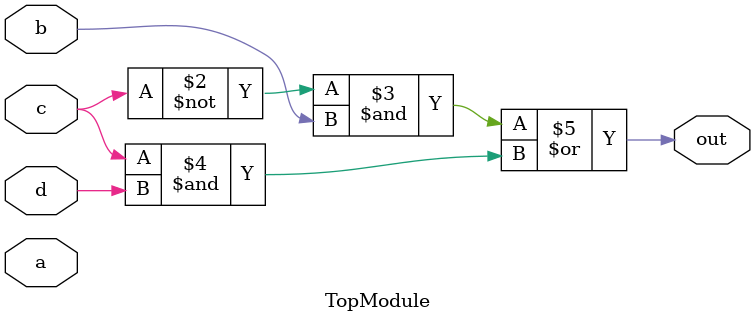
<source format=sv>
module TopModule(
    input logic a,
    input logic b,
    input logic c,
    input logic d,
    output logic out
);
    always @(*) begin
        out = (~c & b) | (c & d);
    end
endmodule
</source>
